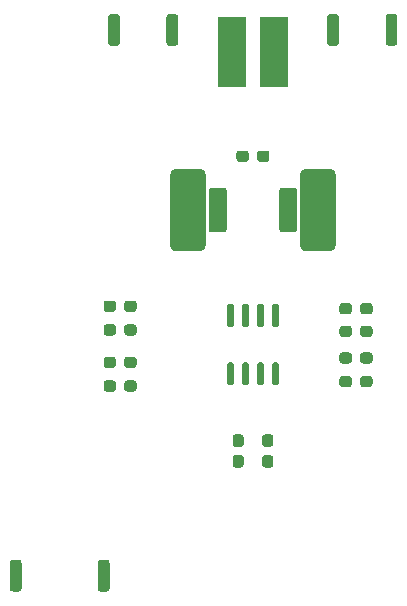
<source format=gbr>
%TF.GenerationSoftware,KiCad,Pcbnew,(5.1.7)-1*%
%TF.CreationDate,2020-12-07T14:23:08+09:00*%
%TF.ProjectId,CurrentMeasure,43757272-656e-4744-9d65-61737572652e,rev?*%
%TF.SameCoordinates,Original*%
%TF.FileFunction,Paste,Top*%
%TF.FilePolarity,Positive*%
%FSLAX46Y46*%
G04 Gerber Fmt 4.6, Leading zero omitted, Abs format (unit mm)*
G04 Created by KiCad (PCBNEW (5.1.7)-1) date 2020-12-07 14:23:08*
%MOMM*%
%LPD*%
G01*
G04 APERTURE LIST*
%ADD10R,2.400000X6.000000*%
G04 APERTURE END LIST*
%TO.C,J1*%
G36*
G01*
X549975000Y-40750000D02*
X549975000Y-42950000D01*
G75*
G02*
X549725000Y-43200000I-250000J0D01*
G01*
X549225000Y-43200000D01*
G75*
G02*
X548975000Y-42950000I0J250000D01*
G01*
X548975000Y-40750000D01*
G75*
G02*
X549225000Y-40500000I250000J0D01*
G01*
X549725000Y-40500000D01*
G75*
G02*
X549975000Y-40750000I0J-250000D01*
G01*
G37*
G36*
G01*
X554925000Y-40750000D02*
X554925000Y-42950000D01*
G75*
G02*
X554675000Y-43200000I-250000J0D01*
G01*
X554175000Y-43200000D01*
G75*
G02*
X553925000Y-42950000I0J250000D01*
G01*
X553925000Y-40750000D01*
G75*
G02*
X554175000Y-40500000I250000J0D01*
G01*
X554675000Y-40500000D01*
G75*
G02*
X554925000Y-40750000I0J-250000D01*
G01*
G37*
%TD*%
%TO.C,J6*%
G36*
G01*
X568525000Y-40750000D02*
X568525000Y-42950000D01*
G75*
G02*
X568275000Y-43200000I-250000J0D01*
G01*
X567775000Y-43200000D01*
G75*
G02*
X567525000Y-42950000I0J250000D01*
G01*
X567525000Y-40750000D01*
G75*
G02*
X567775000Y-40500000I250000J0D01*
G01*
X568275000Y-40500000D01*
G75*
G02*
X568525000Y-40750000I0J-250000D01*
G01*
G37*
G36*
G01*
X573475000Y-40750000D02*
X573475000Y-42950000D01*
G75*
G02*
X573225000Y-43200000I-250000J0D01*
G01*
X572725000Y-43200000D01*
G75*
G02*
X572475000Y-42950000I0J250000D01*
G01*
X572475000Y-40750000D01*
G75*
G02*
X572725000Y-40500000I250000J0D01*
G01*
X573225000Y-40500000D01*
G75*
G02*
X573475000Y-40750000I0J-250000D01*
G01*
G37*
%TD*%
%TO.C,J7*%
G36*
G01*
X548105000Y-89150000D02*
X548105000Y-86950000D01*
G75*
G02*
X548355000Y-86700000I250000J0D01*
G01*
X548855000Y-86700000D01*
G75*
G02*
X549105000Y-86950000I0J-250000D01*
G01*
X549105000Y-89150000D01*
G75*
G02*
X548855000Y-89400000I-250000J0D01*
G01*
X548355000Y-89400000D01*
G75*
G02*
X548105000Y-89150000I0J250000D01*
G01*
G37*
G36*
G01*
X540655000Y-89150000D02*
X540655000Y-86950000D01*
G75*
G02*
X540905000Y-86700000I250000J0D01*
G01*
X541405000Y-86700000D01*
G75*
G02*
X541655000Y-86950000I0J-250000D01*
G01*
X541655000Y-89150000D01*
G75*
G02*
X541405000Y-89400000I-250000J0D01*
G01*
X540905000Y-89400000D01*
G75*
G02*
X540655000Y-89150000I0J250000D01*
G01*
G37*
%TD*%
D10*
%TO.C,J4*%
X563000000Y-43700000D03*
X559500000Y-43700000D03*
%TD*%
%TO.C,C3*%
G36*
G01*
X561600000Y-52787500D02*
X561600000Y-52312500D01*
G75*
G02*
X561837500Y-52075000I237500J0D01*
G01*
X562412500Y-52075000D01*
G75*
G02*
X562650000Y-52312500I0J-237500D01*
G01*
X562650000Y-52787500D01*
G75*
G02*
X562412500Y-53025000I-237500J0D01*
G01*
X561837500Y-53025000D01*
G75*
G02*
X561600000Y-52787500I0J237500D01*
G01*
G37*
G36*
G01*
X559850000Y-52787500D02*
X559850000Y-52312500D01*
G75*
G02*
X560087500Y-52075000I237500J0D01*
G01*
X560662500Y-52075000D01*
G75*
G02*
X560900000Y-52312500I0J-237500D01*
G01*
X560900000Y-52787500D01*
G75*
G02*
X560662500Y-53025000I-237500J0D01*
G01*
X560087500Y-53025000D01*
G75*
G02*
X559850000Y-52787500I0J237500D01*
G01*
G37*
%TD*%
%TO.C,R5*%
G36*
G01*
X563475000Y-58749900D02*
X563475000Y-55450100D01*
G75*
G02*
X563725100Y-55200000I250100J0D01*
G01*
X564749900Y-55200000D01*
G75*
G02*
X565000000Y-55450100I0J-250100D01*
G01*
X565000000Y-58749900D01*
G75*
G02*
X564749900Y-59000000I-250100J0D01*
G01*
X563725100Y-59000000D01*
G75*
G02*
X563475000Y-58749900I0J250100D01*
G01*
G37*
G36*
G01*
X557500000Y-58749900D02*
X557500000Y-55450100D01*
G75*
G02*
X557750100Y-55200000I250100J0D01*
G01*
X558774900Y-55200000D01*
G75*
G02*
X559025000Y-55450100I0J-250100D01*
G01*
X559025000Y-58749900D01*
G75*
G02*
X558774900Y-59000000I-250100J0D01*
G01*
X557750100Y-59000000D01*
G75*
G02*
X557500000Y-58749900I0J250100D01*
G01*
G37*
%TD*%
%TO.C,R10*%
G36*
G01*
X565250000Y-60144000D02*
X565250000Y-54056000D01*
G75*
G02*
X565706000Y-53600000I456000J0D01*
G01*
X567794000Y-53600000D01*
G75*
G02*
X568250000Y-54056000I0J-456000D01*
G01*
X568250000Y-60144000D01*
G75*
G02*
X567794000Y-60600000I-456000J0D01*
G01*
X565706000Y-60600000D01*
G75*
G02*
X565250000Y-60144000I0J456000D01*
G01*
G37*
G36*
G01*
X554250000Y-60144000D02*
X554250000Y-54056000D01*
G75*
G02*
X554706000Y-53600000I456000J0D01*
G01*
X556794000Y-53600000D01*
G75*
G02*
X557250000Y-54056000I0J-456000D01*
G01*
X557250000Y-60144000D01*
G75*
G02*
X556794000Y-60600000I-456000J0D01*
G01*
X554706000Y-60600000D01*
G75*
G02*
X554250000Y-60144000I0J456000D01*
G01*
G37*
%TD*%
%TO.C,C2*%
G36*
G01*
X570325000Y-65687500D02*
X570325000Y-65212500D01*
G75*
G02*
X570562500Y-64975000I237500J0D01*
G01*
X571137500Y-64975000D01*
G75*
G02*
X571375000Y-65212500I0J-237500D01*
G01*
X571375000Y-65687500D01*
G75*
G02*
X571137500Y-65925000I-237500J0D01*
G01*
X570562500Y-65925000D01*
G75*
G02*
X570325000Y-65687500I0J237500D01*
G01*
G37*
G36*
G01*
X568575000Y-65687500D02*
X568575000Y-65212500D01*
G75*
G02*
X568812500Y-64975000I237500J0D01*
G01*
X569387500Y-64975000D01*
G75*
G02*
X569625000Y-65212500I0J-237500D01*
G01*
X569625000Y-65687500D01*
G75*
G02*
X569387500Y-65925000I-237500J0D01*
G01*
X568812500Y-65925000D01*
G75*
G02*
X568575000Y-65687500I0J237500D01*
G01*
G37*
%TD*%
%TO.C,R2*%
G36*
G01*
X569625000Y-71387500D02*
X569625000Y-71862500D01*
G75*
G02*
X569387500Y-72100000I-237500J0D01*
G01*
X568812500Y-72100000D01*
G75*
G02*
X568575000Y-71862500I0J237500D01*
G01*
X568575000Y-71387500D01*
G75*
G02*
X568812500Y-71150000I237500J0D01*
G01*
X569387500Y-71150000D01*
G75*
G02*
X569625000Y-71387500I0J-237500D01*
G01*
G37*
G36*
G01*
X571375000Y-71387500D02*
X571375000Y-71862500D01*
G75*
G02*
X571137500Y-72100000I-237500J0D01*
G01*
X570562500Y-72100000D01*
G75*
G02*
X570325000Y-71862500I0J237500D01*
G01*
X570325000Y-71387500D01*
G75*
G02*
X570562500Y-71150000I237500J0D01*
G01*
X571137500Y-71150000D01*
G75*
G02*
X571375000Y-71387500I0J-237500D01*
G01*
G37*
%TD*%
%TO.C,U1*%
G36*
G01*
X559495000Y-67000000D02*
X559195000Y-67000000D01*
G75*
G02*
X559045000Y-66850000I0J150000D01*
G01*
X559045000Y-65200000D01*
G75*
G02*
X559195000Y-65050000I150000J0D01*
G01*
X559495000Y-65050000D01*
G75*
G02*
X559645000Y-65200000I0J-150000D01*
G01*
X559645000Y-66850000D01*
G75*
G02*
X559495000Y-67000000I-150000J0D01*
G01*
G37*
G36*
G01*
X560765000Y-67000000D02*
X560465000Y-67000000D01*
G75*
G02*
X560315000Y-66850000I0J150000D01*
G01*
X560315000Y-65200000D01*
G75*
G02*
X560465000Y-65050000I150000J0D01*
G01*
X560765000Y-65050000D01*
G75*
G02*
X560915000Y-65200000I0J-150000D01*
G01*
X560915000Y-66850000D01*
G75*
G02*
X560765000Y-67000000I-150000J0D01*
G01*
G37*
G36*
G01*
X562035000Y-67000000D02*
X561735000Y-67000000D01*
G75*
G02*
X561585000Y-66850000I0J150000D01*
G01*
X561585000Y-65200000D01*
G75*
G02*
X561735000Y-65050000I150000J0D01*
G01*
X562035000Y-65050000D01*
G75*
G02*
X562185000Y-65200000I0J-150000D01*
G01*
X562185000Y-66850000D01*
G75*
G02*
X562035000Y-67000000I-150000J0D01*
G01*
G37*
G36*
G01*
X563305000Y-67000000D02*
X563005000Y-67000000D01*
G75*
G02*
X562855000Y-66850000I0J150000D01*
G01*
X562855000Y-65200000D01*
G75*
G02*
X563005000Y-65050000I150000J0D01*
G01*
X563305000Y-65050000D01*
G75*
G02*
X563455000Y-65200000I0J-150000D01*
G01*
X563455000Y-66850000D01*
G75*
G02*
X563305000Y-67000000I-150000J0D01*
G01*
G37*
G36*
G01*
X563305000Y-71950000D02*
X563005000Y-71950000D01*
G75*
G02*
X562855000Y-71800000I0J150000D01*
G01*
X562855000Y-70150000D01*
G75*
G02*
X563005000Y-70000000I150000J0D01*
G01*
X563305000Y-70000000D01*
G75*
G02*
X563455000Y-70150000I0J-150000D01*
G01*
X563455000Y-71800000D01*
G75*
G02*
X563305000Y-71950000I-150000J0D01*
G01*
G37*
G36*
G01*
X562035000Y-71950000D02*
X561735000Y-71950000D01*
G75*
G02*
X561585000Y-71800000I0J150000D01*
G01*
X561585000Y-70150000D01*
G75*
G02*
X561735000Y-70000000I150000J0D01*
G01*
X562035000Y-70000000D01*
G75*
G02*
X562185000Y-70150000I0J-150000D01*
G01*
X562185000Y-71800000D01*
G75*
G02*
X562035000Y-71950000I-150000J0D01*
G01*
G37*
G36*
G01*
X560765000Y-71950000D02*
X560465000Y-71950000D01*
G75*
G02*
X560315000Y-71800000I0J150000D01*
G01*
X560315000Y-70150000D01*
G75*
G02*
X560465000Y-70000000I150000J0D01*
G01*
X560765000Y-70000000D01*
G75*
G02*
X560915000Y-70150000I0J-150000D01*
G01*
X560915000Y-71800000D01*
G75*
G02*
X560765000Y-71950000I-150000J0D01*
G01*
G37*
G36*
G01*
X559495000Y-71950000D02*
X559195000Y-71950000D01*
G75*
G02*
X559045000Y-71800000I0J150000D01*
G01*
X559045000Y-70150000D01*
G75*
G02*
X559195000Y-70000000I150000J0D01*
G01*
X559495000Y-70000000D01*
G75*
G02*
X559645000Y-70150000I0J-150000D01*
G01*
X559645000Y-71800000D01*
G75*
G02*
X559495000Y-71950000I-150000J0D01*
G01*
G37*
%TD*%
%TO.C,R9*%
G36*
G01*
X549650000Y-71762500D02*
X549650000Y-72237500D01*
G75*
G02*
X549412500Y-72475000I-237500J0D01*
G01*
X548837500Y-72475000D01*
G75*
G02*
X548600000Y-72237500I0J237500D01*
G01*
X548600000Y-71762500D01*
G75*
G02*
X548837500Y-71525000I237500J0D01*
G01*
X549412500Y-71525000D01*
G75*
G02*
X549650000Y-71762500I0J-237500D01*
G01*
G37*
G36*
G01*
X551400000Y-71762500D02*
X551400000Y-72237500D01*
G75*
G02*
X551162500Y-72475000I-237500J0D01*
G01*
X550587500Y-72475000D01*
G75*
G02*
X550350000Y-72237500I0J237500D01*
G01*
X550350000Y-71762500D01*
G75*
G02*
X550587500Y-71525000I237500J0D01*
G01*
X551162500Y-71525000D01*
G75*
G02*
X551400000Y-71762500I0J-237500D01*
G01*
G37*
%TD*%
%TO.C,R8*%
G36*
G01*
X549650000Y-69762500D02*
X549650000Y-70237500D01*
G75*
G02*
X549412500Y-70475000I-237500J0D01*
G01*
X548837500Y-70475000D01*
G75*
G02*
X548600000Y-70237500I0J237500D01*
G01*
X548600000Y-69762500D01*
G75*
G02*
X548837500Y-69525000I237500J0D01*
G01*
X549412500Y-69525000D01*
G75*
G02*
X549650000Y-69762500I0J-237500D01*
G01*
G37*
G36*
G01*
X551400000Y-69762500D02*
X551400000Y-70237500D01*
G75*
G02*
X551162500Y-70475000I-237500J0D01*
G01*
X550587500Y-70475000D01*
G75*
G02*
X550350000Y-70237500I0J237500D01*
G01*
X550350000Y-69762500D01*
G75*
G02*
X550587500Y-69525000I237500J0D01*
G01*
X551162500Y-69525000D01*
G75*
G02*
X551400000Y-69762500I0J-237500D01*
G01*
G37*
%TD*%
%TO.C,R7*%
G36*
G01*
X549650000Y-67012500D02*
X549650000Y-67487500D01*
G75*
G02*
X549412500Y-67725000I-237500J0D01*
G01*
X548837500Y-67725000D01*
G75*
G02*
X548600000Y-67487500I0J237500D01*
G01*
X548600000Y-67012500D01*
G75*
G02*
X548837500Y-66775000I237500J0D01*
G01*
X549412500Y-66775000D01*
G75*
G02*
X549650000Y-67012500I0J-237500D01*
G01*
G37*
G36*
G01*
X551400000Y-67012500D02*
X551400000Y-67487500D01*
G75*
G02*
X551162500Y-67725000I-237500J0D01*
G01*
X550587500Y-67725000D01*
G75*
G02*
X550350000Y-67487500I0J237500D01*
G01*
X550350000Y-67012500D01*
G75*
G02*
X550587500Y-66775000I237500J0D01*
G01*
X551162500Y-66775000D01*
G75*
G02*
X551400000Y-67012500I0J-237500D01*
G01*
G37*
%TD*%
%TO.C,R6*%
G36*
G01*
X549650000Y-65012500D02*
X549650000Y-65487500D01*
G75*
G02*
X549412500Y-65725000I-237500J0D01*
G01*
X548837500Y-65725000D01*
G75*
G02*
X548600000Y-65487500I0J237500D01*
G01*
X548600000Y-65012500D01*
G75*
G02*
X548837500Y-64775000I237500J0D01*
G01*
X549412500Y-64775000D01*
G75*
G02*
X549650000Y-65012500I0J-237500D01*
G01*
G37*
G36*
G01*
X551400000Y-65012500D02*
X551400000Y-65487500D01*
G75*
G02*
X551162500Y-65725000I-237500J0D01*
G01*
X550587500Y-65725000D01*
G75*
G02*
X550350000Y-65487500I0J237500D01*
G01*
X550350000Y-65012500D01*
G75*
G02*
X550587500Y-64775000I237500J0D01*
G01*
X551162500Y-64775000D01*
G75*
G02*
X551400000Y-65012500I0J-237500D01*
G01*
G37*
%TD*%
%TO.C,R4*%
G36*
G01*
X562737500Y-77150000D02*
X562262500Y-77150000D01*
G75*
G02*
X562025000Y-76912500I0J237500D01*
G01*
X562025000Y-76337500D01*
G75*
G02*
X562262500Y-76100000I237500J0D01*
G01*
X562737500Y-76100000D01*
G75*
G02*
X562975000Y-76337500I0J-237500D01*
G01*
X562975000Y-76912500D01*
G75*
G02*
X562737500Y-77150000I-237500J0D01*
G01*
G37*
G36*
G01*
X562737500Y-78900000D02*
X562262500Y-78900000D01*
G75*
G02*
X562025000Y-78662500I0J237500D01*
G01*
X562025000Y-78087500D01*
G75*
G02*
X562262500Y-77850000I237500J0D01*
G01*
X562737500Y-77850000D01*
G75*
G02*
X562975000Y-78087500I0J-237500D01*
G01*
X562975000Y-78662500D01*
G75*
G02*
X562737500Y-78900000I-237500J0D01*
G01*
G37*
%TD*%
%TO.C,R3*%
G36*
G01*
X560237500Y-77150000D02*
X559762500Y-77150000D01*
G75*
G02*
X559525000Y-76912500I0J237500D01*
G01*
X559525000Y-76337500D01*
G75*
G02*
X559762500Y-76100000I237500J0D01*
G01*
X560237500Y-76100000D01*
G75*
G02*
X560475000Y-76337500I0J-237500D01*
G01*
X560475000Y-76912500D01*
G75*
G02*
X560237500Y-77150000I-237500J0D01*
G01*
G37*
G36*
G01*
X560237500Y-78900000D02*
X559762500Y-78900000D01*
G75*
G02*
X559525000Y-78662500I0J237500D01*
G01*
X559525000Y-78087500D01*
G75*
G02*
X559762500Y-77850000I237500J0D01*
G01*
X560237500Y-77850000D01*
G75*
G02*
X560475000Y-78087500I0J-237500D01*
G01*
X560475000Y-78662500D01*
G75*
G02*
X560237500Y-78900000I-237500J0D01*
G01*
G37*
%TD*%
%TO.C,R1*%
G36*
G01*
X569625000Y-69387500D02*
X569625000Y-69862500D01*
G75*
G02*
X569387500Y-70100000I-237500J0D01*
G01*
X568812500Y-70100000D01*
G75*
G02*
X568575000Y-69862500I0J237500D01*
G01*
X568575000Y-69387500D01*
G75*
G02*
X568812500Y-69150000I237500J0D01*
G01*
X569387500Y-69150000D01*
G75*
G02*
X569625000Y-69387500I0J-237500D01*
G01*
G37*
G36*
G01*
X571375000Y-69387500D02*
X571375000Y-69862500D01*
G75*
G02*
X571137500Y-70100000I-237500J0D01*
G01*
X570562500Y-70100000D01*
G75*
G02*
X570325000Y-69862500I0J237500D01*
G01*
X570325000Y-69387500D01*
G75*
G02*
X570562500Y-69150000I237500J0D01*
G01*
X571137500Y-69150000D01*
G75*
G02*
X571375000Y-69387500I0J-237500D01*
G01*
G37*
%TD*%
%TO.C,C1*%
G36*
G01*
X570325000Y-67612500D02*
X570325000Y-67137500D01*
G75*
G02*
X570562500Y-66900000I237500J0D01*
G01*
X571137500Y-66900000D01*
G75*
G02*
X571375000Y-67137500I0J-237500D01*
G01*
X571375000Y-67612500D01*
G75*
G02*
X571137500Y-67850000I-237500J0D01*
G01*
X570562500Y-67850000D01*
G75*
G02*
X570325000Y-67612500I0J237500D01*
G01*
G37*
G36*
G01*
X568575000Y-67612500D02*
X568575000Y-67137500D01*
G75*
G02*
X568812500Y-66900000I237500J0D01*
G01*
X569387500Y-66900000D01*
G75*
G02*
X569625000Y-67137500I0J-237500D01*
G01*
X569625000Y-67612500D01*
G75*
G02*
X569387500Y-67850000I-237500J0D01*
G01*
X568812500Y-67850000D01*
G75*
G02*
X568575000Y-67612500I0J237500D01*
G01*
G37*
%TD*%
M02*

</source>
